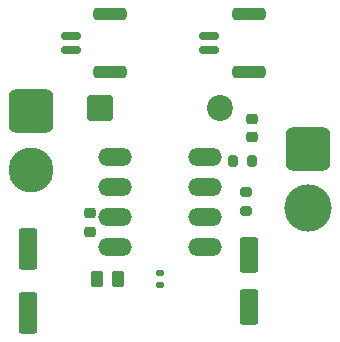
<source format=gbr>
%TF.GenerationSoftware,KiCad,Pcbnew,9.0.4*%
%TF.CreationDate,2025-09-26T17:32:34-05:00*%
%TF.ProjectId,Onboarding,4f6e626f-6172-4646-996e-672e6b696361,rev?*%
%TF.SameCoordinates,Original*%
%TF.FileFunction,Soldermask,Top*%
%TF.FilePolarity,Negative*%
%FSLAX46Y46*%
G04 Gerber Fmt 4.6, Leading zero omitted, Abs format (unit mm)*
G04 Created by KiCad (PCBNEW 9.0.4) date 2025-09-26 17:32:34*
%MOMM*%
%LPD*%
G01*
G04 APERTURE LIST*
G04 Aperture macros list*
%AMRoundRect*
0 Rectangle with rounded corners*
0 $1 Rounding radius*
0 $2 $3 $4 $5 $6 $7 $8 $9 X,Y pos of 4 corners*
0 Add a 4 corners polygon primitive as box body*
4,1,4,$2,$3,$4,$5,$6,$7,$8,$9,$2,$3,0*
0 Add four circle primitives for the rounded corners*
1,1,$1+$1,$2,$3*
1,1,$1+$1,$4,$5*
1,1,$1+$1,$6,$7*
1,1,$1+$1,$8,$9*
0 Add four rect primitives between the rounded corners*
20,1,$1+$1,$2,$3,$4,$5,0*
20,1,$1+$1,$4,$5,$6,$7,0*
20,1,$1+$1,$6,$7,$8,$9,0*
20,1,$1+$1,$8,$9,$2,$3,0*%
G04 Aperture macros list end*
%ADD10O,2.845600X1.524800*%
%ADD11RoundRect,0.150000X-0.700000X0.150000X-0.700000X-0.150000X0.700000X-0.150000X0.700000X0.150000X0*%
%ADD12RoundRect,0.250000X-1.150000X0.250000X-1.150000X-0.250000X1.150000X-0.250000X1.150000X0.250000X0*%
%ADD13RoundRect,0.200000X-0.275000X0.200000X-0.275000X-0.200000X0.275000X-0.200000X0.275000X0.200000X0*%
%ADD14RoundRect,0.135000X-0.185000X0.135000X-0.185000X-0.135000X0.185000X-0.135000X0.185000X0.135000X0*%
%ADD15RoundRect,0.225000X-0.250000X0.225000X-0.250000X-0.225000X0.250000X-0.225000X0.250000X0.225000X0*%
%ADD16RoundRect,0.200000X0.200000X0.275000X-0.200000X0.275000X-0.200000X-0.275000X0.200000X-0.275000X0*%
%ADD17RoundRect,0.250000X-0.550000X1.500000X-0.550000X-1.500000X0.550000X-1.500000X0.550000X1.500000X0*%
%ADD18RoundRect,0.249999X-0.850001X-0.850001X0.850001X-0.850001X0.850001X0.850001X-0.850001X0.850001X0*%
%ADD19C,2.200000*%
%ADD20RoundRect,0.250000X0.262500X0.450000X-0.262500X0.450000X-0.262500X-0.450000X0.262500X-0.450000X0*%
%ADD21RoundRect,0.250000X-0.550000X1.250000X-0.550000X-1.250000X0.550000X-1.250000X0.550000X1.250000X0*%
%ADD22C,3.800000*%
%ADD23RoundRect,0.760000X-1.140000X1.140000X-1.140000X-1.140000X1.140000X-1.140000X1.140000X1.140000X0*%
%ADD24RoundRect,0.218750X0.256250X-0.218750X0.256250X0.218750X-0.256250X0.218750X-0.256250X-0.218750X0*%
%ADD25C,4.000000*%
G04 APERTURE END LIST*
D10*
%TO.C,IC1*%
X109310000Y-74690000D03*
X109310000Y-77230000D03*
X109310000Y-79770000D03*
X109310000Y-82310000D03*
X101690000Y-82310000D03*
X101690000Y-79770000D03*
X101690000Y-77230000D03*
X101690000Y-74690000D03*
%TD*%
D11*
%TO.C,J4*%
X97900000Y-64400000D03*
X97900000Y-65650000D03*
D12*
X101250000Y-62550000D03*
X101250000Y-67500000D03*
%TD*%
D11*
%TO.C,J3*%
X109650000Y-64400000D03*
X109650000Y-65650000D03*
D12*
X113000000Y-62550000D03*
X113000000Y-67500000D03*
%TD*%
D13*
%TO.C,R3*%
X112750000Y-79250000D03*
X112750000Y-77600000D03*
%TD*%
D14*
%TO.C,R1*%
X105500000Y-85500000D03*
X105500000Y-84480000D03*
%TD*%
D15*
%TO.C,C2*%
X99500000Y-81000000D03*
X99500000Y-79450000D03*
%TD*%
D16*
%TO.C,R4*%
X111600000Y-75000000D03*
X113250000Y-75000000D03*
%TD*%
D17*
%TO.C,C1*%
X94300000Y-87900000D03*
X94300000Y-82500000D03*
%TD*%
D18*
%TO.C,D2*%
X100340000Y-70500000D03*
D19*
X110500000Y-70500000D03*
%TD*%
D20*
%TO.C,R2*%
X101912500Y-85000000D03*
X100087500Y-85000000D03*
%TD*%
D21*
%TO.C,C3*%
X113000000Y-83000000D03*
X113000000Y-87400000D03*
%TD*%
D22*
%TO.C,J2*%
X94500000Y-75750000D03*
D23*
X94500000Y-70750000D03*
%TD*%
D24*
%TO.C,L1*%
X113250000Y-71425000D03*
X113250000Y-73000000D03*
%TD*%
D25*
%TO.C,J1*%
X118000000Y-79000000D03*
D23*
X118000000Y-74000000D03*
%TD*%
M02*

</source>
